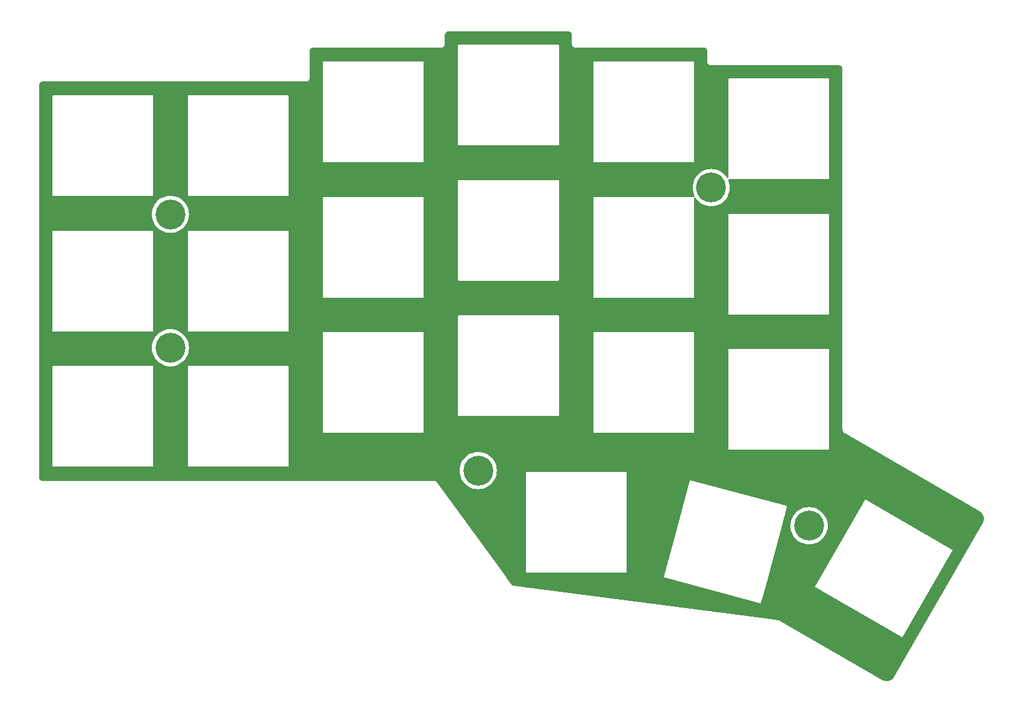
<source format=gbr>
%TF.GenerationSoftware,KiCad,Pcbnew,8.0.3*%
%TF.CreationDate,2024-08-02T01:48:42+01:00*%
%TF.ProjectId,corne-top-plate,636f726e-652d-4746-9f70-2d706c617465,2.1*%
%TF.SameCoordinates,Original*%
%TF.FileFunction,Copper,L2,Bot*%
%TF.FilePolarity,Positive*%
%FSLAX46Y46*%
G04 Gerber Fmt 4.6, Leading zero omitted, Abs format (unit mm)*
G04 Created by KiCad (PCBNEW 8.0.3) date 2024-08-02 01:48:42*
%MOMM*%
%LPD*%
G01*
G04 APERTURE LIST*
%TA.AperFunction,ComponentPad*%
%ADD10C,4.200000*%
%TD*%
G04 APERTURE END LIST*
D10*
%TO.P,,*%
%TO.N,*%
X-94500000Y-21050000D03*
%TD*%
%TO.P,,*%
%TO.N,*%
X-94500000Y-39800000D03*
%TD*%
%TO.P,,*%
%TO.N,*%
X-18500000Y-17300000D03*
%TD*%
%TO.P,,*%
%TO.N,*%
X-51250000Y-57050000D03*
%TD*%
%TO.P,,*%
%TO.N,*%
X-4750000Y-64800000D03*
%TD*%
%TA.AperFunction,NonConductor*%
G36*
X-38491812Y4623422D02*
G01*
X-38479196Y4621762D01*
X-38406579Y4612202D01*
X-38374807Y4603688D01*
X-38303075Y4573975D01*
X-38274590Y4557530D01*
X-38212994Y4510266D01*
X-38189735Y4487007D01*
X-38142471Y4425411D01*
X-38126026Y4396926D01*
X-38096313Y4325194D01*
X-38087799Y4293421D01*
X-38076578Y4208189D01*
X-38075500Y4191743D01*
X-38075500Y2974531D01*
X-38075500Y2950000D01*
X-38075500Y2885157D01*
X-38065223Y2840131D01*
X-38046642Y2758722D01*
X-38046639Y2758714D01*
X-37990376Y2641881D01*
X-37990375Y2641880D01*
X-37990374Y2641878D01*
X-37909515Y2540485D01*
X-37808122Y2459626D01*
X-37808121Y2459626D01*
X-37808120Y2459625D01*
X-37691287Y2403362D01*
X-37691284Y2403361D01*
X-37691278Y2403358D01*
X-37564843Y2374500D01*
X-37515018Y2374500D01*
X-19524531Y2374500D01*
X-19508257Y2374500D01*
X-19491812Y2373422D01*
X-19479196Y2371762D01*
X-19406579Y2362202D01*
X-19374807Y2353688D01*
X-19303075Y2323975D01*
X-19274590Y2307530D01*
X-19212994Y2260266D01*
X-19189735Y2237007D01*
X-19142471Y2175411D01*
X-19126026Y2146926D01*
X-19096313Y2075194D01*
X-19087799Y2043421D01*
X-19076578Y1958189D01*
X-19075500Y1941743D01*
X-19075500Y474531D01*
X-19075500Y450000D01*
X-19075500Y385157D01*
X-19065197Y340018D01*
X-19046642Y258722D01*
X-19046639Y258714D01*
X-18990376Y141881D01*
X-18990375Y141880D01*
X-18990374Y141878D01*
X-18909515Y40485D01*
X-18808122Y-40374D01*
X-18808121Y-40374D01*
X-18808120Y-40375D01*
X-18691287Y-96638D01*
X-18691284Y-96639D01*
X-18691278Y-96642D01*
X-18564843Y-125500D01*
X-18515018Y-125500D01*
X-524531Y-125500D01*
X-508257Y-125500D01*
X-491812Y-126578D01*
X-479196Y-128238D01*
X-406579Y-137798D01*
X-374807Y-146312D01*
X-303075Y-176025D01*
X-274590Y-192470D01*
X-212994Y-239734D01*
X-189735Y-262993D01*
X-142471Y-324589D01*
X-126026Y-353074D01*
X-96313Y-424806D01*
X-87799Y-456580D01*
X-76579Y-541809D01*
X-75501Y-558261D01*
X-78216Y-51067484D01*
X-79286Y-51074948D01*
X-78273Y-51109441D01*
X-78219Y-51113139D01*
X-78219Y-51131249D01*
X-77432Y-51138219D01*
X-75733Y-51197498D01*
X-39786Y-51363907D01*
X-39784Y-51363912D01*
X25900Y-51520976D01*
X25901Y-51520979D01*
X25902Y-51520980D01*
X119125Y-51663439D01*
X119127Y-51663441D01*
X119129Y-51663444D01*
X236758Y-51786512D01*
X285502Y-51821598D01*
X294963Y-51829122D01*
X299245Y-51832877D01*
X299247Y-51832878D01*
X299248Y-51832879D01*
X303424Y-51835289D01*
X314107Y-51842198D01*
X325747Y-51850589D01*
X325747Y-51850588D01*
X327253Y-51851674D01*
X346829Y-51860345D01*
X8385118Y-56500500D01*
X19036920Y-62649323D01*
X19221556Y-62755905D01*
X19236593Y-62766098D01*
X19335293Y-62843947D01*
X19382710Y-62881347D01*
X19397258Y-62894807D01*
X19523692Y-63031758D01*
X19535950Y-63047334D01*
X19639343Y-63202417D01*
X19649007Y-63219723D01*
X19726799Y-63389100D01*
X19733629Y-63407706D01*
X19783899Y-63587191D01*
X19787727Y-63606638D01*
X19809228Y-63791779D01*
X19809959Y-63811587D01*
X19802158Y-63997819D01*
X19799773Y-64017495D01*
X19762867Y-64200191D01*
X19757426Y-64219251D01*
X19692325Y-64393899D01*
X19683963Y-64411869D01*
X19598749Y-64562697D01*
X19598155Y-64563565D01*
X19598228Y-64563607D01*
X19588113Y-64581172D01*
X19583416Y-64588701D01*
X19570482Y-64607896D01*
X19564231Y-64622654D01*
X7238353Y-86032468D01*
X7228087Y-86047632D01*
X7112906Y-86193665D01*
X7099445Y-86208214D01*
X6962498Y-86334644D01*
X6946921Y-86346903D01*
X6791837Y-86450294D01*
X6774531Y-86459957D01*
X6605163Y-86537743D01*
X6586556Y-86544574D01*
X6407068Y-86594841D01*
X6387620Y-86598668D01*
X6202480Y-86620164D01*
X6182672Y-86620894D01*
X5996453Y-86613089D01*
X5976775Y-86610704D01*
X5794084Y-86573792D01*
X5775025Y-86568351D01*
X5600375Y-86503242D01*
X5582404Y-86494878D01*
X5422979Y-86404797D01*
X5421920Y-86404192D01*
X5413053Y-86399068D01*
X5405682Y-86394462D01*
X5398414Y-86389564D01*
X5386162Y-86381306D01*
X5371678Y-86375157D01*
X-8852064Y-78154950D01*
X-8862789Y-78145487D01*
X-8863295Y-78146216D01*
X-8879679Y-78134823D01*
X-8879680Y-78134822D01*
X-8879681Y-78134822D01*
X-8880833Y-78134474D01*
X-8889039Y-78130919D01*
X-8901123Y-78126811D01*
X-8918850Y-78122987D01*
X-9012169Y-78094778D01*
X-9233997Y-78043259D01*
X-9234011Y-78043256D01*
X-9308923Y-78030938D01*
X-9458744Y-78006304D01*
X-9458750Y-78006303D01*
X-9458759Y-78006302D01*
X-9568882Y-77995517D01*
X-9572854Y-77995064D01*
X-46200778Y-73230266D01*
X-46223453Y-73225154D01*
X-46225466Y-73224500D01*
X-46225469Y-73224500D01*
X-46236954Y-73224500D01*
X-46253208Y-73223447D01*
X-46259173Y-73222671D01*
X-46270342Y-73222495D01*
X-46320463Y-73217559D01*
X-46344688Y-73212741D01*
X-46400574Y-73195789D01*
X-46423396Y-73186336D01*
X-46474895Y-73158809D01*
X-46495432Y-73145087D01*
X-46534955Y-73112651D01*
X-46556824Y-73089495D01*
X-47288159Y-72086641D01*
X-47359572Y-71988715D01*
X-25158029Y-71988715D01*
X-25154110Y-72018487D01*
X-25154109Y-72018488D01*
X-25154109Y-72018489D01*
X-25154108Y-72018491D01*
X-25139090Y-72044503D01*
X-25115261Y-72062787D01*
X-25086249Y-72070561D01*
X-25026239Y-72086641D01*
X-25026231Y-72086641D01*
X-11633962Y-75675090D01*
X-11608326Y-75681959D01*
X-11608323Y-75681960D01*
X-11592301Y-75686253D01*
X-11592300Y-75686254D01*
X-11567251Y-75692966D01*
X-11559379Y-75695355D01*
X-11550738Y-75698288D01*
X-11544689Y-75695783D01*
X-11545261Y-75694098D01*
X-11533514Y-75690110D01*
X-11533511Y-75690108D01*
X-11533509Y-75690108D01*
X-11507496Y-75675090D01*
X-11489212Y-75651261D01*
X-11481438Y-75622249D01*
X-11481439Y-75622247D01*
X-11477287Y-75606754D01*
X-11477285Y-75606741D01*
X-10873185Y-73352208D01*
X-3888993Y-73352208D01*
X-3888992Y-73352212D01*
X-3881218Y-73381225D01*
X-3862934Y-73405054D01*
X8261421Y-80405053D01*
X8261422Y-80405054D01*
X8287434Y-80420072D01*
X8287436Y-80420072D01*
X8287437Y-80420073D01*
X8317208Y-80423992D01*
X8317209Y-80423991D01*
X8317212Y-80423992D01*
X8346225Y-80416218D01*
X8370054Y-80397934D01*
X15385072Y-68247566D01*
X15388992Y-68217788D01*
X15381218Y-68188775D01*
X15362934Y-68164946D01*
X15362933Y-68164945D01*
X15349928Y-68157437D01*
X15336922Y-68149928D01*
X3212566Y-61149928D01*
X3212565Y-61149927D01*
X3212564Y-61149927D01*
X3212562Y-61149926D01*
X3182791Y-61146007D01*
X3182787Y-61146008D01*
X3153777Y-61153781D01*
X3153774Y-61153782D01*
X3129946Y-61172065D01*
X3129944Y-61172068D01*
X-3878347Y-73310783D01*
X-3878346Y-73310784D01*
X-3885073Y-73322435D01*
X-3885074Y-73322437D01*
X-3888993Y-73352208D01*
X-10873185Y-73352208D01*
X-8581626Y-64799998D01*
X-7363268Y-64799998D01*
X-7363268Y-64800001D01*
X-7344215Y-65114992D01*
X-7344214Y-65114995D01*
X-7287332Y-65425395D01*
X-7193447Y-65726682D01*
X-7063940Y-66014435D01*
X-7063934Y-66014446D01*
X-6900681Y-66284499D01*
X-6900678Y-66284504D01*
X-6706065Y-66532911D01*
X-6706053Y-66532924D01*
X-6482925Y-66756052D01*
X-6482912Y-66756064D01*
X-6234505Y-66950677D01*
X-5964446Y-67113934D01*
X-5964442Y-67113936D01*
X-5964436Y-67113939D01*
X-5676683Y-67243446D01*
X-5676682Y-67243446D01*
X-5676678Y-67243448D01*
X-5375396Y-67337331D01*
X-5064995Y-67394214D01*
X-4854999Y-67406916D01*
X-4750001Y-67413268D01*
X-4750000Y-67413268D01*
X-4749999Y-67413268D01*
X-4671252Y-67408504D01*
X-4435005Y-67394214D01*
X-4124604Y-67337331D01*
X-3823322Y-67243448D01*
X-3535554Y-67113934D01*
X-3265495Y-66950677D01*
X-3017083Y-66756059D01*
X-2793941Y-66532917D01*
X-2599323Y-66284505D01*
X-2436066Y-66014446D01*
X-2306552Y-65726678D01*
X-2212669Y-65425396D01*
X-2155786Y-65114995D01*
X-2136732Y-64800000D01*
X-2155786Y-64485005D01*
X-2212669Y-64174604D01*
X-2306552Y-63873322D01*
X-2306554Y-63873317D01*
X-2436061Y-63585564D01*
X-2436067Y-63585553D01*
X-2599320Y-63315500D01*
X-2599323Y-63315495D01*
X-2793936Y-63067088D01*
X-2793948Y-63067075D01*
X-3017076Y-62843947D01*
X-3017089Y-62843935D01*
X-3265496Y-62649322D01*
X-3265501Y-62649319D01*
X-3535554Y-62486066D01*
X-3535565Y-62486060D01*
X-3823318Y-62356553D01*
X-4124605Y-62262668D01*
X-4435005Y-62205786D01*
X-4435008Y-62205785D01*
X-4749999Y-62186732D01*
X-4750001Y-62186732D01*
X-5064993Y-62205785D01*
X-5064996Y-62205786D01*
X-5375396Y-62262668D01*
X-5676683Y-62356553D01*
X-5964436Y-62486060D01*
X-5964447Y-62486066D01*
X-6234500Y-62649319D01*
X-6234505Y-62649322D01*
X-6482912Y-62843935D01*
X-6482925Y-62843947D01*
X-6706053Y-63067075D01*
X-6706065Y-63067088D01*
X-6900678Y-63315495D01*
X-6900681Y-63315500D01*
X-7063934Y-63585553D01*
X-7063940Y-63585564D01*
X-7193447Y-63873317D01*
X-7287332Y-64174604D01*
X-7344214Y-64485004D01*
X-7344215Y-64485007D01*
X-7363268Y-64799998D01*
X-8581626Y-64799998D01*
X-7870038Y-62144318D01*
X-7857971Y-62099289D01*
X-7857971Y-62099288D01*
X-7861892Y-62069509D01*
X-7861893Y-62069507D01*
X-7876910Y-62043495D01*
X-7900739Y-62025212D01*
X-7929751Y-62017438D01*
X-7929752Y-62017438D01*
X-7937728Y-62015301D01*
X-7937728Y-62015300D01*
X-7937732Y-62015300D01*
X-21407675Y-58406039D01*
X-21407675Y-58406038D01*
X-21407678Y-58406038D01*
X-21452712Y-58393970D01*
X-21482490Y-58397891D01*
X-21508505Y-58412911D01*
X-21526787Y-58436738D01*
X-21526788Y-58436738D01*
X-23316220Y-65114992D01*
X-25158028Y-71988712D01*
X-25158028Y-71988713D01*
X-25158028Y-71988714D01*
X-25158029Y-71988715D01*
X-47359572Y-71988715D01*
X-57061526Y-58684763D01*
X-57071991Y-58667716D01*
X-57075714Y-58660407D01*
X-57078308Y-58657813D01*
X-57081976Y-58654145D01*
X-57093973Y-58640123D01*
X-57103421Y-58631419D01*
X-57103351Y-58631342D01*
X-57110049Y-58626071D01*
X-57133140Y-58602980D01*
X-57227398Y-58539998D01*
X-57332133Y-58496616D01*
X-57443316Y-58474500D01*
X-57443318Y-58474500D01*
X-57484982Y-58474500D01*
X-112491743Y-58474500D01*
X-112508189Y-58473422D01*
X-112593421Y-58462201D01*
X-112625194Y-58453687D01*
X-112696926Y-58423974D01*
X-112725411Y-58407529D01*
X-112787007Y-58360265D01*
X-112810266Y-58337006D01*
X-112857530Y-58275410D01*
X-112873975Y-58246925D01*
X-112903688Y-58175193D01*
X-112912202Y-58143419D01*
X-112923422Y-58058187D01*
X-112924500Y-58041742D01*
X-112924500Y-57049998D01*
X-53863268Y-57049998D01*
X-53863268Y-57050001D01*
X-53844215Y-57364992D01*
X-53844214Y-57364995D01*
X-53787332Y-57675395D01*
X-53693447Y-57976682D01*
X-53563940Y-58264435D01*
X-53563934Y-58264446D01*
X-53400681Y-58534499D01*
X-53400678Y-58534504D01*
X-53206065Y-58782911D01*
X-53206053Y-58782924D01*
X-52982925Y-59006052D01*
X-52982912Y-59006064D01*
X-52734505Y-59200677D01*
X-52464446Y-59363934D01*
X-52464442Y-59363936D01*
X-52464436Y-59363939D01*
X-52176683Y-59493446D01*
X-52176682Y-59493446D01*
X-52176678Y-59493448D01*
X-51875396Y-59587331D01*
X-51564995Y-59644214D01*
X-51354999Y-59656916D01*
X-51250001Y-59663268D01*
X-51250000Y-59663268D01*
X-51249999Y-59663268D01*
X-51171252Y-59658504D01*
X-50935005Y-59644214D01*
X-50624604Y-59587331D01*
X-50323322Y-59493448D01*
X-50035554Y-59363934D01*
X-49765495Y-59200677D01*
X-49517083Y-59006059D01*
X-49293941Y-58782917D01*
X-49099323Y-58534505D01*
X-48936066Y-58264446D01*
X-48806552Y-57976678D01*
X-48712669Y-57675396D01*
X-48655786Y-57364995D01*
X-48653063Y-57319981D01*
X-44545500Y-57319981D01*
X-44545500Y-71350018D01*
X-44534007Y-71377766D01*
X-44534004Y-71377770D01*
X-44512771Y-71399003D01*
X-44512767Y-71399006D01*
X-44485018Y-71410500D01*
X-30454982Y-71410500D01*
X-30427233Y-71399006D01*
X-30405994Y-71377767D01*
X-30394500Y-71350018D01*
X-30394500Y-57319982D01*
X-30405994Y-57292233D01*
X-30405997Y-57292229D01*
X-30427230Y-57270996D01*
X-30427234Y-57270993D01*
X-30454982Y-57259500D01*
X-44454982Y-57259500D01*
X-44485018Y-57259500D01*
X-44512767Y-57270993D01*
X-44512771Y-57270996D01*
X-44534004Y-57292229D01*
X-44534007Y-57292233D01*
X-44545500Y-57319981D01*
X-48653063Y-57319981D01*
X-48636732Y-57050000D01*
X-48655786Y-56735005D01*
X-48712669Y-56424604D01*
X-48806552Y-56123322D01*
X-48936066Y-55835554D01*
X-49099323Y-55565495D01*
X-49293936Y-55317088D01*
X-49293948Y-55317075D01*
X-49517076Y-55093947D01*
X-49517089Y-55093935D01*
X-49765496Y-54899322D01*
X-49765501Y-54899319D01*
X-50035554Y-54736066D01*
X-50035565Y-54736060D01*
X-50323318Y-54606553D01*
X-50624605Y-54512668D01*
X-50935005Y-54455786D01*
X-50935008Y-54455785D01*
X-51249999Y-54436732D01*
X-51250001Y-54436732D01*
X-51564993Y-54455785D01*
X-51564996Y-54455786D01*
X-51875396Y-54512668D01*
X-52176683Y-54606553D01*
X-52464436Y-54736060D01*
X-52464447Y-54736066D01*
X-52734500Y-54899319D01*
X-52734505Y-54899322D01*
X-52982912Y-55093935D01*
X-52982925Y-55093947D01*
X-53206053Y-55317075D01*
X-53206065Y-55317088D01*
X-53400678Y-55565495D01*
X-53400681Y-55565500D01*
X-53563934Y-55835553D01*
X-53563940Y-55835564D01*
X-53693447Y-56123317D01*
X-53787332Y-56424604D01*
X-53844214Y-56735004D01*
X-53844215Y-56735007D01*
X-53863268Y-57049998D01*
X-112924500Y-57049998D01*
X-112924500Y-42409981D01*
X-111065500Y-42409981D01*
X-111065500Y-56440018D01*
X-111054007Y-56467766D01*
X-111054004Y-56467770D01*
X-111032771Y-56489003D01*
X-111032767Y-56489006D01*
X-111005018Y-56500500D01*
X-96974982Y-56500500D01*
X-96947233Y-56489006D01*
X-96925994Y-56467767D01*
X-96914500Y-56440018D01*
X-96914500Y-42409982D01*
X-96925994Y-42382233D01*
X-96925997Y-42382229D01*
X-96947230Y-42360996D01*
X-96947234Y-42360993D01*
X-96974982Y-42349500D01*
X-110974982Y-42349500D01*
X-111005018Y-42349500D01*
X-111032767Y-42360993D01*
X-111032771Y-42360996D01*
X-111054004Y-42382229D01*
X-111054007Y-42382233D01*
X-111065500Y-42409981D01*
X-112924500Y-42409981D01*
X-112924500Y-39799998D01*
X-97113268Y-39799998D01*
X-97113268Y-39800001D01*
X-97094215Y-40114992D01*
X-97094214Y-40114995D01*
X-97037332Y-40425395D01*
X-96943447Y-40726682D01*
X-96813940Y-41014435D01*
X-96813934Y-41014446D01*
X-96650681Y-41284499D01*
X-96650678Y-41284504D01*
X-96456065Y-41532911D01*
X-96456053Y-41532924D01*
X-96232925Y-41756052D01*
X-96232912Y-41756064D01*
X-95984505Y-41950677D01*
X-95714446Y-42113934D01*
X-95714442Y-42113936D01*
X-95714436Y-42113939D01*
X-95426683Y-42243446D01*
X-95426682Y-42243446D01*
X-95426678Y-42243448D01*
X-95125396Y-42337331D01*
X-94814995Y-42394214D01*
X-94604999Y-42406916D01*
X-94500001Y-42413268D01*
X-94500000Y-42413268D01*
X-94499999Y-42413268D01*
X-94445666Y-42409981D01*
X-92065500Y-42409981D01*
X-92065500Y-56440018D01*
X-92054007Y-56467766D01*
X-92054004Y-56467770D01*
X-92032771Y-56489003D01*
X-92032767Y-56489006D01*
X-92005018Y-56500500D01*
X-77974982Y-56500500D01*
X-77947233Y-56489006D01*
X-77925994Y-56467767D01*
X-77914500Y-56440018D01*
X-77914500Y-42409982D01*
X-77925994Y-42382233D01*
X-77925997Y-42382229D01*
X-77947230Y-42360996D01*
X-77947234Y-42360993D01*
X-77974982Y-42349500D01*
X-91974982Y-42349500D01*
X-92005018Y-42349500D01*
X-92032767Y-42360993D01*
X-92032771Y-42360996D01*
X-92054004Y-42382229D01*
X-92054007Y-42382233D01*
X-92065500Y-42409981D01*
X-94445666Y-42409981D01*
X-94421252Y-42408504D01*
X-94185005Y-42394214D01*
X-93874604Y-42337331D01*
X-93573322Y-42243448D01*
X-93285554Y-42113934D01*
X-93015495Y-41950677D01*
X-92767083Y-41756059D01*
X-92543941Y-41532917D01*
X-92349323Y-41284505D01*
X-92186066Y-41014446D01*
X-92056552Y-40726678D01*
X-91962669Y-40425396D01*
X-91905786Y-40114995D01*
X-91886732Y-39800000D01*
X-91905786Y-39485005D01*
X-91962669Y-39174604D01*
X-92056552Y-38873322D01*
X-92186066Y-38585554D01*
X-92349323Y-38315495D01*
X-92543936Y-38067088D01*
X-92543948Y-38067075D01*
X-92767076Y-37843947D01*
X-92767089Y-37843935D01*
X-93001891Y-37659981D01*
X-73065500Y-37659981D01*
X-73065500Y-51690018D01*
X-73054007Y-51717766D01*
X-73054004Y-51717770D01*
X-73032771Y-51739003D01*
X-73032767Y-51739006D01*
X-73005018Y-51750500D01*
X-58974982Y-51750500D01*
X-58947233Y-51739006D01*
X-58925994Y-51717767D01*
X-58914500Y-51690018D01*
X-58914500Y-37659982D01*
X-58918916Y-37649322D01*
X-58925994Y-37632233D01*
X-58925997Y-37632229D01*
X-58947230Y-37610996D01*
X-58947234Y-37610993D01*
X-58974982Y-37599500D01*
X-72974982Y-37599500D01*
X-73005018Y-37599500D01*
X-73032767Y-37610993D01*
X-73032771Y-37610996D01*
X-73054004Y-37632229D01*
X-73054007Y-37632233D01*
X-73065500Y-37659981D01*
X-93001891Y-37659981D01*
X-93015496Y-37649322D01*
X-93015501Y-37649319D01*
X-93285554Y-37486066D01*
X-93285565Y-37486060D01*
X-93573318Y-37356553D01*
X-93874605Y-37262668D01*
X-94185005Y-37205786D01*
X-94185008Y-37205785D01*
X-94499999Y-37186732D01*
X-94500001Y-37186732D01*
X-94814993Y-37205785D01*
X-94814996Y-37205786D01*
X-95125396Y-37262668D01*
X-95426683Y-37356553D01*
X-95714436Y-37486060D01*
X-95714447Y-37486066D01*
X-95984500Y-37649319D01*
X-95984505Y-37649322D01*
X-96232912Y-37843935D01*
X-96232925Y-37843947D01*
X-96456053Y-38067075D01*
X-96456065Y-38067088D01*
X-96650678Y-38315495D01*
X-96650681Y-38315500D01*
X-96813934Y-38585553D01*
X-96813940Y-38585564D01*
X-96943447Y-38873317D01*
X-97037332Y-39174604D01*
X-97094214Y-39485004D01*
X-97094215Y-39485007D01*
X-97113268Y-39799998D01*
X-112924500Y-39799998D01*
X-112924500Y-23409981D01*
X-111065500Y-23409981D01*
X-111065500Y-37440018D01*
X-111054007Y-37467766D01*
X-111054004Y-37467770D01*
X-111032771Y-37489003D01*
X-111032767Y-37489006D01*
X-111005018Y-37500500D01*
X-96974982Y-37500500D01*
X-96947233Y-37489006D01*
X-96925994Y-37467767D01*
X-96914500Y-37440018D01*
X-96914500Y-23409982D01*
X-96925994Y-23382233D01*
X-96925997Y-23382229D01*
X-96947230Y-23360996D01*
X-96947234Y-23360993D01*
X-96974982Y-23349500D01*
X-110974982Y-23349500D01*
X-111005018Y-23349500D01*
X-111032767Y-23360993D01*
X-111032771Y-23360996D01*
X-111054004Y-23382229D01*
X-111054007Y-23382233D01*
X-111065500Y-23409981D01*
X-112924500Y-23409981D01*
X-112924500Y-21049998D01*
X-97113268Y-21049998D01*
X-97113268Y-21050001D01*
X-97094215Y-21364992D01*
X-97094214Y-21364995D01*
X-97037332Y-21675395D01*
X-96943447Y-21976682D01*
X-96813940Y-22264435D01*
X-96813934Y-22264446D01*
X-96650681Y-22534499D01*
X-96650678Y-22534504D01*
X-96456065Y-22782911D01*
X-96456053Y-22782924D01*
X-96232925Y-23006052D01*
X-96232912Y-23006064D01*
X-95984505Y-23200677D01*
X-95714446Y-23363934D01*
X-95714442Y-23363936D01*
X-95714436Y-23363939D01*
X-95426683Y-23493446D01*
X-95426682Y-23493446D01*
X-95426678Y-23493448D01*
X-95125396Y-23587331D01*
X-94814995Y-23644214D01*
X-94604999Y-23656916D01*
X-94500001Y-23663268D01*
X-94500000Y-23663268D01*
X-94499999Y-23663268D01*
X-94421252Y-23658504D01*
X-94185005Y-23644214D01*
X-93874604Y-23587331D01*
X-93573322Y-23493448D01*
X-93387866Y-23409981D01*
X-92065500Y-23409981D01*
X-92065500Y-37440018D01*
X-92054007Y-37467766D01*
X-92054004Y-37467770D01*
X-92032771Y-37489003D01*
X-92032767Y-37489006D01*
X-92005018Y-37500500D01*
X-77974982Y-37500500D01*
X-77947233Y-37489006D01*
X-77925994Y-37467767D01*
X-77914500Y-37440018D01*
X-77914500Y-35284981D01*
X-54065500Y-35284981D01*
X-54065500Y-49315018D01*
X-54054007Y-49342766D01*
X-54054004Y-49342770D01*
X-54032771Y-49364003D01*
X-54032767Y-49364006D01*
X-54005018Y-49375500D01*
X-39974982Y-49375500D01*
X-39947233Y-49364006D01*
X-39925994Y-49342767D01*
X-39914500Y-49315018D01*
X-39914500Y-37659981D01*
X-35065500Y-37659981D01*
X-35065500Y-51690018D01*
X-35054007Y-51717766D01*
X-35054004Y-51717770D01*
X-35032771Y-51739003D01*
X-35032767Y-51739006D01*
X-35005018Y-51750500D01*
X-20974982Y-51750500D01*
X-20947233Y-51739006D01*
X-20925994Y-51717767D01*
X-20914500Y-51690018D01*
X-20914500Y-40034981D01*
X-16065500Y-40034981D01*
X-16065500Y-54065018D01*
X-16054007Y-54092766D01*
X-16054004Y-54092770D01*
X-16032771Y-54114003D01*
X-16032767Y-54114006D01*
X-16005018Y-54125500D01*
X-1974982Y-54125500D01*
X-1947233Y-54114006D01*
X-1925994Y-54092767D01*
X-1914500Y-54065018D01*
X-1914500Y-40034982D01*
X-1925994Y-40007233D01*
X-1925997Y-40007229D01*
X-1947230Y-39985996D01*
X-1947234Y-39985993D01*
X-1974982Y-39974500D01*
X-15974982Y-39974500D01*
X-16005018Y-39974500D01*
X-16032767Y-39985993D01*
X-16032771Y-39985996D01*
X-16054004Y-40007229D01*
X-16054007Y-40007233D01*
X-16065500Y-40034981D01*
X-20914500Y-40034981D01*
X-20914500Y-37659982D01*
X-20918916Y-37649322D01*
X-20925994Y-37632233D01*
X-20925997Y-37632229D01*
X-20947230Y-37610996D01*
X-20947234Y-37610993D01*
X-20974982Y-37599500D01*
X-34974982Y-37599500D01*
X-35005018Y-37599500D01*
X-35032767Y-37610993D01*
X-35032771Y-37610996D01*
X-35054004Y-37632229D01*
X-35054007Y-37632233D01*
X-35065500Y-37659981D01*
X-39914500Y-37659981D01*
X-39914500Y-35284982D01*
X-39925994Y-35257233D01*
X-39925997Y-35257229D01*
X-39947230Y-35235996D01*
X-39947234Y-35235993D01*
X-39974982Y-35224500D01*
X-53974982Y-35224500D01*
X-54005018Y-35224500D01*
X-54032767Y-35235993D01*
X-54032771Y-35235996D01*
X-54054004Y-35257229D01*
X-54054007Y-35257233D01*
X-54065500Y-35284981D01*
X-77914500Y-35284981D01*
X-77914500Y-23409982D01*
X-77925994Y-23382233D01*
X-77925997Y-23382229D01*
X-77947230Y-23360996D01*
X-77947234Y-23360993D01*
X-77974982Y-23349500D01*
X-91974982Y-23349500D01*
X-92005018Y-23349500D01*
X-92032767Y-23360993D01*
X-92032771Y-23360996D01*
X-92054004Y-23382229D01*
X-92054007Y-23382233D01*
X-92065500Y-23409981D01*
X-93387866Y-23409981D01*
X-93285554Y-23363934D01*
X-93015495Y-23200677D01*
X-92767083Y-23006059D01*
X-92543941Y-22782917D01*
X-92349323Y-22534505D01*
X-92186066Y-22264446D01*
X-92056552Y-21976678D01*
X-91962669Y-21675396D01*
X-91905786Y-21364995D01*
X-91886732Y-21050000D01*
X-91905786Y-20735005D01*
X-91962669Y-20424604D01*
X-92056552Y-20123322D01*
X-92056554Y-20123317D01*
X-92186061Y-19835564D01*
X-92186067Y-19835553D01*
X-92241747Y-19743448D01*
X-92349323Y-19565495D01*
X-92543936Y-19317088D01*
X-92543948Y-19317075D01*
X-92767076Y-19093947D01*
X-92767089Y-19093935D01*
X-93015496Y-18899322D01*
X-93015501Y-18899319D01*
X-93285554Y-18736066D01*
X-93285565Y-18736060D01*
X-93454606Y-18659981D01*
X-73065500Y-18659981D01*
X-73065500Y-32690018D01*
X-73054007Y-32717766D01*
X-73054004Y-32717770D01*
X-73032771Y-32739003D01*
X-73032767Y-32739006D01*
X-73005018Y-32750500D01*
X-58974982Y-32750500D01*
X-58947233Y-32739006D01*
X-58925994Y-32717767D01*
X-58914500Y-32690018D01*
X-58914500Y-18659982D01*
X-58925994Y-18632233D01*
X-58925997Y-18632229D01*
X-58947230Y-18610996D01*
X-58947234Y-18610993D01*
X-58974982Y-18599500D01*
X-72974982Y-18599500D01*
X-73005018Y-18599500D01*
X-73032767Y-18610993D01*
X-73032771Y-18610996D01*
X-73054004Y-18632229D01*
X-73054007Y-18632233D01*
X-73065500Y-18659981D01*
X-93454606Y-18659981D01*
X-93573318Y-18606553D01*
X-93874605Y-18512668D01*
X-94185005Y-18455786D01*
X-94185008Y-18455785D01*
X-94499999Y-18436732D01*
X-94500001Y-18436732D01*
X-94814993Y-18455785D01*
X-94814996Y-18455786D01*
X-95125396Y-18512668D01*
X-95426683Y-18606553D01*
X-95714436Y-18736060D01*
X-95714447Y-18736066D01*
X-95984500Y-18899319D01*
X-95984505Y-18899322D01*
X-96232912Y-19093935D01*
X-96232925Y-19093947D01*
X-96456053Y-19317075D01*
X-96456065Y-19317088D01*
X-96650678Y-19565495D01*
X-96650681Y-19565500D01*
X-96813934Y-19835553D01*
X-96813940Y-19835564D01*
X-96943447Y-20123317D01*
X-97037332Y-20424604D01*
X-97094214Y-20735004D01*
X-97094215Y-20735007D01*
X-97113268Y-21049998D01*
X-112924500Y-21049998D01*
X-112924500Y-4409981D01*
X-111065500Y-4409981D01*
X-111065500Y-18440018D01*
X-111054007Y-18467766D01*
X-111054004Y-18467770D01*
X-111032771Y-18489003D01*
X-111032767Y-18489006D01*
X-111005018Y-18500500D01*
X-96974982Y-18500500D01*
X-96947233Y-18489006D01*
X-96925994Y-18467767D01*
X-96914500Y-18440018D01*
X-96914500Y-4409982D01*
X-96914500Y-4409981D01*
X-92065500Y-4409981D01*
X-92065500Y-18440018D01*
X-92054007Y-18467766D01*
X-92054004Y-18467770D01*
X-92032771Y-18489003D01*
X-92032767Y-18489006D01*
X-92005018Y-18500500D01*
X-77974982Y-18500500D01*
X-77947233Y-18489006D01*
X-77925994Y-18467767D01*
X-77914500Y-18440018D01*
X-77914500Y-16284981D01*
X-54065500Y-16284981D01*
X-54065500Y-30315018D01*
X-54054007Y-30342766D01*
X-54054004Y-30342770D01*
X-54032771Y-30364003D01*
X-54032767Y-30364006D01*
X-54005018Y-30375500D01*
X-39974982Y-30375500D01*
X-39947233Y-30364006D01*
X-39925994Y-30342767D01*
X-39914500Y-30315018D01*
X-39914500Y-18659981D01*
X-35065500Y-18659981D01*
X-35065500Y-32690018D01*
X-35054007Y-32717766D01*
X-35054004Y-32717770D01*
X-35032771Y-32739003D01*
X-35032767Y-32739006D01*
X-35005018Y-32750500D01*
X-20974982Y-32750500D01*
X-20947233Y-32739006D01*
X-20925994Y-32717767D01*
X-20914500Y-32690018D01*
X-20914500Y-21034981D01*
X-16065500Y-21034981D01*
X-16065500Y-35065018D01*
X-16054007Y-35092766D01*
X-16054004Y-35092770D01*
X-16032771Y-35114003D01*
X-16032767Y-35114006D01*
X-16005018Y-35125500D01*
X-1974982Y-35125500D01*
X-1947233Y-35114006D01*
X-1925994Y-35092767D01*
X-1914500Y-35065018D01*
X-1914500Y-21034982D01*
X-1925994Y-21007233D01*
X-1925997Y-21007229D01*
X-1947230Y-20985996D01*
X-1947234Y-20985993D01*
X-1974982Y-20974500D01*
X-15974982Y-20974500D01*
X-16005018Y-20974500D01*
X-16032767Y-20985993D01*
X-16032771Y-20985996D01*
X-16054004Y-21007229D01*
X-16054007Y-21007233D01*
X-16065500Y-21034981D01*
X-20914500Y-21034981D01*
X-20914500Y-18800073D01*
X-20894498Y-18731952D01*
X-20840842Y-18685459D01*
X-20770568Y-18675355D01*
X-20705988Y-18704849D01*
X-20680672Y-18734889D01*
X-20650686Y-18784492D01*
X-20650678Y-18784504D01*
X-20456065Y-19032911D01*
X-20456053Y-19032924D01*
X-20232925Y-19256052D01*
X-20232912Y-19256064D01*
X-19984505Y-19450677D01*
X-19714446Y-19613934D01*
X-19714442Y-19613936D01*
X-19714436Y-19613939D01*
X-19426683Y-19743446D01*
X-19426682Y-19743446D01*
X-19426678Y-19743448D01*
X-19125396Y-19837331D01*
X-18814995Y-19894214D01*
X-18604999Y-19906916D01*
X-18500001Y-19913268D01*
X-18500000Y-19913268D01*
X-18499999Y-19913268D01*
X-18421252Y-19908504D01*
X-18185005Y-19894214D01*
X-17874604Y-19837331D01*
X-17573322Y-19743448D01*
X-17285554Y-19613934D01*
X-17015495Y-19450677D01*
X-16767083Y-19256059D01*
X-16543941Y-19032917D01*
X-16349323Y-18784505D01*
X-16186066Y-18514446D01*
X-16176016Y-18492117D01*
X-16056554Y-18226682D01*
X-16056552Y-18226678D01*
X-15962669Y-17925396D01*
X-15905786Y-17614995D01*
X-15886732Y-17300000D01*
X-15905786Y-16985005D01*
X-15962669Y-16674604D01*
X-16056552Y-16373322D01*
X-16088107Y-16303211D01*
X-16097824Y-16232884D01*
X-16067977Y-16168466D01*
X-16008041Y-16130411D01*
X-15973207Y-16125500D01*
X-1974982Y-16125500D01*
X-1947233Y-16114006D01*
X-1925994Y-16092767D01*
X-1914500Y-16065018D01*
X-1914500Y-2034982D01*
X-1925994Y-2007233D01*
X-1925997Y-2007229D01*
X-1947230Y-1985996D01*
X-1947234Y-1985993D01*
X-1974982Y-1974500D01*
X-15974982Y-1974500D01*
X-16005018Y-1974500D01*
X-16032767Y-1985993D01*
X-16032771Y-1985996D01*
X-16054004Y-2007229D01*
X-16054007Y-2007233D01*
X-16065500Y-2034981D01*
X-16065500Y-15833010D01*
X-16085502Y-15901131D01*
X-16139158Y-15947624D01*
X-16209432Y-15957728D01*
X-16274012Y-15928234D01*
X-16299328Y-15898195D01*
X-16349320Y-15815500D01*
X-16349323Y-15815495D01*
X-16543936Y-15567088D01*
X-16543948Y-15567075D01*
X-16767076Y-15343947D01*
X-16767089Y-15343935D01*
X-17015496Y-15149322D01*
X-17015501Y-15149319D01*
X-17285554Y-14986066D01*
X-17285565Y-14986060D01*
X-17573318Y-14856553D01*
X-17874605Y-14762668D01*
X-18185005Y-14705786D01*
X-18185008Y-14705785D01*
X-18499999Y-14686732D01*
X-18500001Y-14686732D01*
X-18814993Y-14705785D01*
X-18814996Y-14705786D01*
X-19125396Y-14762668D01*
X-19426683Y-14856553D01*
X-19714436Y-14986060D01*
X-19714447Y-14986066D01*
X-19984500Y-15149319D01*
X-19984505Y-15149322D01*
X-20232912Y-15343935D01*
X-20232925Y-15343947D01*
X-20456053Y-15567075D01*
X-20456065Y-15567088D01*
X-20650678Y-15815495D01*
X-20650681Y-15815500D01*
X-20813934Y-16085553D01*
X-20813940Y-16085564D01*
X-20943447Y-16373317D01*
X-21037332Y-16674604D01*
X-21094214Y-16985004D01*
X-21094215Y-16985007D01*
X-21113268Y-17299998D01*
X-21113268Y-17300001D01*
X-21094215Y-17614992D01*
X-21094214Y-17614995D01*
X-21037332Y-17925395D01*
X-20943447Y-18226682D01*
X-20855637Y-18421788D01*
X-20845919Y-18492117D01*
X-20875766Y-18556534D01*
X-20935702Y-18594589D01*
X-20970536Y-18599500D01*
X-35005018Y-18599500D01*
X-35032767Y-18610993D01*
X-35032771Y-18610996D01*
X-35054004Y-18632229D01*
X-35054007Y-18632233D01*
X-35065500Y-18659981D01*
X-39914500Y-18659981D01*
X-39914500Y-16284982D01*
X-39925994Y-16257233D01*
X-39925997Y-16257229D01*
X-39947230Y-16235996D01*
X-39947234Y-16235993D01*
X-39974982Y-16224500D01*
X-53974982Y-16224500D01*
X-54005018Y-16224500D01*
X-54032767Y-16235993D01*
X-54032771Y-16235996D01*
X-54054004Y-16257229D01*
X-54054007Y-16257233D01*
X-54065500Y-16284981D01*
X-77914500Y-16284981D01*
X-77914500Y-4409982D01*
X-77925994Y-4382233D01*
X-77925997Y-4382229D01*
X-77947230Y-4360996D01*
X-77947234Y-4360993D01*
X-77974982Y-4349500D01*
X-91974982Y-4349500D01*
X-92005018Y-4349500D01*
X-92032767Y-4360993D01*
X-92032771Y-4360996D01*
X-92054004Y-4382229D01*
X-92054007Y-4382233D01*
X-92065500Y-4409981D01*
X-96914500Y-4409981D01*
X-96925994Y-4382233D01*
X-96925997Y-4382229D01*
X-96947230Y-4360996D01*
X-96947234Y-4360993D01*
X-96974982Y-4349500D01*
X-110974982Y-4349500D01*
X-111005018Y-4349500D01*
X-111032767Y-4360993D01*
X-111032771Y-4360996D01*
X-111054004Y-4382229D01*
X-111054007Y-4382233D01*
X-111065500Y-4409981D01*
X-112924500Y-4409981D01*
X-112924500Y-2808257D01*
X-112923422Y-2791812D01*
X-112915964Y-2735157D01*
X-112912201Y-2706576D01*
X-112903688Y-2674806D01*
X-112873975Y-2603074D01*
X-112857533Y-2574593D01*
X-112810262Y-2512988D01*
X-112787012Y-2489738D01*
X-112725407Y-2442467D01*
X-112696926Y-2426025D01*
X-112625194Y-2396312D01*
X-112593424Y-2387799D01*
X-112518018Y-2377871D01*
X-112508188Y-2376578D01*
X-112491743Y-2375500D01*
X-75435160Y-2375500D01*
X-75435157Y-2375500D01*
X-75308722Y-2346642D01*
X-75191878Y-2290374D01*
X-75090485Y-2209515D01*
X-75009626Y-2108122D01*
X-74953358Y-1991278D01*
X-74924500Y-1864843D01*
X-74924500Y-1800000D01*
X-74924500Y-1775469D01*
X-74924500Y340019D01*
X-73065500Y340019D01*
X-73065500Y-13690018D01*
X-73054007Y-13717766D01*
X-73054004Y-13717770D01*
X-73032771Y-13739003D01*
X-73032767Y-13739006D01*
X-73005018Y-13750500D01*
X-58974982Y-13750500D01*
X-58947233Y-13739006D01*
X-58925994Y-13717767D01*
X-58914500Y-13690018D01*
X-58914500Y340018D01*
X-58914547Y340131D01*
X-58925994Y367767D01*
X-58925997Y367771D01*
X-58947230Y389004D01*
X-58947234Y389007D01*
X-58974982Y400500D01*
X-72974982Y400500D01*
X-73005018Y400500D01*
X-73032767Y389007D01*
X-73032771Y389004D01*
X-73054004Y367771D01*
X-73054007Y367767D01*
X-73065500Y340019D01*
X-74924500Y340019D01*
X-74924500Y1941743D01*
X-74923422Y1958188D01*
X-74915964Y2014843D01*
X-74912201Y2043424D01*
X-74903688Y2075194D01*
X-74873975Y2146926D01*
X-74857533Y2175407D01*
X-74810262Y2237012D01*
X-74787012Y2260262D01*
X-74725407Y2307533D01*
X-74696926Y2323975D01*
X-74625194Y2353688D01*
X-74593424Y2362201D01*
X-74518018Y2372129D01*
X-74508188Y2373422D01*
X-74491743Y2374500D01*
X-56435160Y2374500D01*
X-56435157Y2374500D01*
X-56308722Y2403358D01*
X-56191878Y2459626D01*
X-56090485Y2540485D01*
X-56009626Y2641878D01*
X-55974404Y2715019D01*
X-54065500Y2715019D01*
X-54065500Y-11315018D01*
X-54054007Y-11342766D01*
X-54054004Y-11342770D01*
X-54032771Y-11364003D01*
X-54032767Y-11364006D01*
X-54005018Y-11375500D01*
X-39974982Y-11375500D01*
X-39947233Y-11364006D01*
X-39925994Y-11342767D01*
X-39914500Y-11315018D01*
X-39914500Y340019D01*
X-35065500Y340019D01*
X-35065500Y-13690018D01*
X-35054007Y-13717766D01*
X-35054004Y-13717770D01*
X-35032771Y-13739003D01*
X-35032767Y-13739006D01*
X-35005018Y-13750500D01*
X-20974982Y-13750500D01*
X-20947233Y-13739006D01*
X-20925994Y-13717767D01*
X-20914500Y-13690018D01*
X-20914500Y340018D01*
X-20914547Y340131D01*
X-20925994Y367767D01*
X-20925997Y367771D01*
X-20947230Y389004D01*
X-20947234Y389007D01*
X-20974982Y400500D01*
X-34974982Y400500D01*
X-35005018Y400500D01*
X-35032767Y389007D01*
X-35032771Y389004D01*
X-35054004Y367771D01*
X-35054007Y367767D01*
X-35065500Y340019D01*
X-39914500Y340019D01*
X-39914500Y2715018D01*
X-39925994Y2742767D01*
X-39925997Y2742771D01*
X-39947230Y2764004D01*
X-39947234Y2764007D01*
X-39974982Y2775500D01*
X-53974982Y2775500D01*
X-54005018Y2775500D01*
X-54032767Y2764007D01*
X-54032771Y2764004D01*
X-54054004Y2742771D01*
X-54054007Y2742767D01*
X-54065500Y2715019D01*
X-55974404Y2715019D01*
X-55953358Y2758722D01*
X-55924500Y2885157D01*
X-55924500Y2950000D01*
X-55924500Y2974531D01*
X-55924500Y4191743D01*
X-55923422Y4208188D01*
X-55915964Y4264843D01*
X-55912201Y4293424D01*
X-55903688Y4325194D01*
X-55873975Y4396926D01*
X-55857533Y4425407D01*
X-55810262Y4487012D01*
X-55787012Y4510262D01*
X-55725407Y4557533D01*
X-55696926Y4573975D01*
X-55625194Y4603688D01*
X-55593424Y4612201D01*
X-55518018Y4622129D01*
X-55508188Y4623422D01*
X-55491743Y4624500D01*
X-55475469Y4624500D01*
X-38524531Y4624500D01*
X-38508257Y4624500D01*
X-38491812Y4623422D01*
G37*
%TD.AperFunction*%
M02*

</source>
